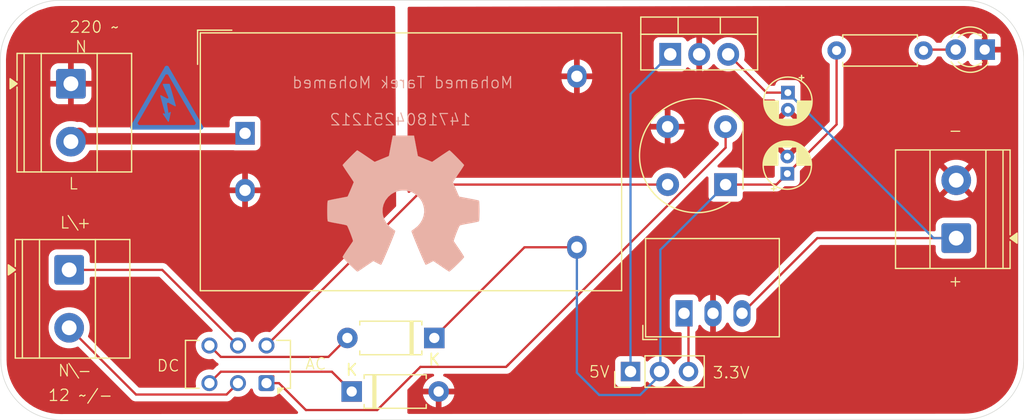
<source format=kicad_pcb>
(kicad_pcb (version 20241229) (generator "pcbnew") (generator_version "9.0")
  (layers (0 "F.Cu" signal) (2 "B.Cu" signal) (13 "F.Paste" user) (15 "B.Paste" user) (5 "F.SilkS" user "F.Silkscreen") (7 "B.SilkS" user "B.Silkscreen") (1 "F.Mask" user) (3 "B.Mask" user) (25 "Edge.Cuts" user))
  (net 0 "")
  (net 1 "out _C")
  (net 2 "Net-(D3-A)")
  (net 3 "DC_+")
  (net 4 "GND")
  (net 5 "AC_N")
  (net 6 "220N")
  (net 7 "220L")
  (net 8 "AC_L")
  (net 9 "IN 12 N")
  (net 10 "IN 12 L")
  (net 11 "IN3.3V")
  (net 12 "IN5V")
  (net 13 "DC_+_B_D")
  (net 14 "DC_-_B_D")
  (footprint "Converter_ACDC:Converter_ACDC_Hi-Link_HLK-PMxx" (layer "F.Cu") (at 77.9535 35.8661)
    (property "Reference" "PS1" (hide yes))
    (property "Value" "HLK-PM12" (hide yes))
    (fp_line (start -4.16 -9.05) (end -1.16 -9.05) (stroke (width 0.12)) (layer "F.SilkS"))
    (fp_line (start -4.16 -6.05) (end -4.16 -9.05) (stroke (width 0.12)) (layer "F.SilkS"))
    (fp_line (start -3.92 -8.81) (end -3.92 13.81) (stroke (width 0.12)) (layer "F.SilkS"))
    (fp_line (start -3.92 -8.81) (end 33 -8.81) (stroke (width 0.12)) (layer "F.SilkS"))
    (fp_line (start -3.92 13.81) (end 33 13.81) (stroke (width 0.12)) (layer "F.SilkS"))
    (fp_line (start 33 -8.81) (end 33 13.81) (stroke (width 0.12)) (layer "F.SilkS"))
    (pad "1" thru_hole rect (at 0 0) (size 1.7 2) (drill 1) (layers "*.Cu" "*.Mask") (net 7 "220L"))
    (pad "2" thru_hole oval (at 0 5) (size 1.7 2) (drill 1) (layers "*.Cu" "*.Mask") (net 6 "220N"))
    (pad "3" thru_hole oval (at 29.08 -5) (size 1.7 2) (drill 1) (layers "*.Cu" "*.Mask") (net 4 "GND"))
    (pad "4" thru_hole oval (at 29.08 10) (size 1.7 2) (drill 1) (layers "*.Cu" "*.Mask") (net 3 "DC_+"))
  )
  (footprint "Resistor_THT:R_Axial_DIN0207_L6.3mm_D2.5mm_P7.62mm_Horizontal" (layer "F.Cu") (at 137.414 28.6004 180)
    (property "Reference" "R1" (hide yes))
    (property "Value" "330" (hide yes))
    (fp_line (start 7.08 1.37) (end 7.08 1.04) (stroke (width 0.12)) (layer "F.SilkS"))
    (fp_line (start 7.08 -1.37) (end 7.08 -1.04) (stroke (width 0.12)) (layer "F.SilkS"))
    (fp_line (start 0.54 1.37) (end 7.08 1.37) (stroke (width 0.12)) (layer "F.SilkS"))
    (fp_line (start 0.54 1.04) (end 0.54 1.37) (stroke (width 0.12)) (layer "F.SilkS"))
    (fp_line (start 0.54 -1.04) (end 0.54 -1.37) (stroke (width 0.12)) (layer "F.SilkS"))
    (fp_line (start 0.54 -1.37) (end 7.08 -1.37) (stroke (width 0.12)) (layer "F.SilkS"))
    (pad "1" thru_hole circle (at 0 0 180) (size 1.6 1.6) (drill 0.8) (layers "*.Cu" "*.Mask") (net 2 "Net-(D3-A)"))
    (pad "2" thru_hole oval (at 7.62 0 180) (size 1.6 1.6) (drill 0.8) (layers "*.Cu" "*.Mask") (net 3 "DC_+"))
  )
  (footprint "TerminalBlock_Phoenix:TerminalBlock_Phoenix_MKDS-1,5-2-5.08_1x02_P5.08mm_Horizontal" (layer "F.Cu") (at 140.2789 45.0646 90)
    (property "Reference" "J3" (hide yes))
    (property "Value" "Conn_01x02_Socket" (hide yes))
    (fp_line (start 7.74 -5.32) (end 7.74 4.72) (stroke (width 0.12)) (layer "F.SilkS"))
    (fp_line (start -2.66 -5.32) (end 7.74 -5.32) (stroke (width 0.12)) (layer "F.SilkS"))
    (fp_line (start -2.66 -5.32) (end -2.66 4.72) (stroke (width 0.12)) (layer "F.SilkS"))
    (fp_line (start -2.66 -2.3) (end 7.74 -2.3) (stroke (width 0.12)) (layer "F.SilkS"))
    (fp_line (start -2.66 2.6) (end 7.74 2.6) (stroke (width 0.12)) (layer "F.SilkS"))
    (fp_line (start -2.66 4.1) (end 7.74 4.1) (stroke (width 0.12)) (layer "F.SilkS"))
    (fp_line (start 0.3 4.72) (end 7.74 4.72) (stroke (width 0.12)) (layer "F.SilkS"))
    (fp_line (start -2.66 4.72) (end -0.3 4.72) (stroke (width 0.12)) (layer "F.SilkS"))
    (fp_poly (pts (xy 0 4.72) (xy 0.44 5.33) (xy -0.44 5.33)) (stroke (width 0.12)) (fill yes) (layer "F.SilkS"))
    (pad "1" thru_hole roundrect (at 0 0 90) (size 2.6 2.6) (drill 1.3) (layers "*.Cu" "*.Mask") (roundrect_rratio 0.096154) (net 1 "out _C"))
    (pad "2" thru_hole circle (at 5.08 0 90) (size 2.6 2.6) (drill 1.3) (layers "*.Cu" "*.Mask") (net 4 "GND"))
  )
  (footprint "Package_TO_SOT_THT:TO-220-3_Vertical" (layer "F.Cu") (at 115.2144 28.9358)
    (property "Reference" "U1" (hide yes))
    (property "Value" "LM7805_TO220" (hide yes))
    (fp_line (start -2.58 -3.27) (end -2.58 1.371) (stroke (width 0.12)) (layer "F.SilkS"))
    (fp_line (start -2.58 -3.27) (end 7.66 -3.27) (stroke (width 0.12)) (layer "F.SilkS"))
    (fp_line (start -2.58 -1.76) (end 7.66 -1.76) (stroke (width 0.12)) (layer "F.SilkS"))
    (fp_line (start -2.58 1.371) (end 7.66 1.371) (stroke (width 0.12)) (layer "F.SilkS"))
    (fp_line (start 0.69 -3.27) (end 0.69 -1.76) (stroke (width 0.12)) (layer "F.SilkS"))
    (fp_line (start 4.391 -3.27) (end 4.391 -1.76) (stroke (width 0.12)) (layer "F.SilkS"))
    (fp_line (start 7.66 -3.27) (end 7.66 1.371) (stroke (width 0.12)) (layer "F.SilkS"))
    (pad "1" thru_hole rect (at 0 0) (size 1.905 2) (drill 1.1) (layers "*.Cu" "*.Mask") (net 12 "IN5V"))
    (pad "2" thru_hole oval (at 2.54 0) (size 1.905 2) (drill 1.1) (layers "*.Cu" "*.Mask") (net 4 "GND"))
    (pad "3" thru_hole oval (at 5.08 0) (size 1.905 2) (drill 1.1) (layers "*.Cu" "*.Mask") (net 1 "out _C"))
  )
  (footprint "Capacitor_THT:CP_Radial_D4.0mm_P1.50mm" (layer "F.Cu") (at 125.476 39.4068 90)
    (property "Reference" "C1" (hide yes))
    (property "Value" "C" (hide yes))
    (fp_line (start 0.79 -2.08) (end 0.79 -0.84) (stroke (width 0.12)) (layer "F.SilkS"))
    (fp_line (start 0.75 -2.08) (end 0.75 -0.84) (stroke (width 0.12)) (layer "F.SilkS"))
    (fp_line (start 0.83 -2.078) (end 0.83 -0.84) (stroke (width 0.12)) (layer "F.SilkS"))
    (fp_line (start 0.87 -2.077) (end 0.87 -0.84) (stroke (width 0.12)) (layer "F.SilkS"))
    (fp_line (start 0.91 -2.074) (end 0.91 -0.84) (stroke (width 0.12)) (layer "F.SilkS"))
    (fp_line (start 0.95 -2.071) (end 0.95 -0.84) (stroke (width 0.12)) (layer "F.SilkS"))
    (fp_line (start 0.99 -2.066) (end 0.99 -0.84) (stroke (width 0.12)) (layer "F.SilkS"))
    (fp_line (start 1.03 -2.061) (end 1.03 -0.84) (stroke (width 0.12)) (layer "F.SilkS"))
    (fp_line (start 1.07 -2.056) (end 1.07 -0.84) (stroke (width 0.12)) (layer "F.SilkS"))
    (fp_line (start 1.11 -2.049) (end 1.11 -0.84) (stroke (width 0.12)) (layer "F.SilkS"))
    (fp_line (start 1.15 -2.042) (end 1.15 -0.84) (stroke (width 0.12)) (layer "F.SilkS"))
    (fp_line (start 1.19 -2.034) (end 1.19 -0.84) (stroke (width 0.12)) (layer "F.SilkS"))
    (fp_line (start 1.23 -2.025) (end 1.23 -0.84) (stroke (width 0.12)) (layer "F.SilkS"))
    (fp_line (start 1.27 -2.015) (end 1.27 -0.84) (stroke (width 0.12)) (layer "F.SilkS"))
    (fp_line (start 1.31 -2.005) (end 1.31 -0.84) (stroke (width 0.12)) (layer "F.SilkS"))
    (fp_line (start 1.35 -1.993) (end 1.35 -0.84) (stroke (width 0.12)) (layer "F.SilkS"))
    (fp_line (start 1.39 -1.981) (end 1.39 -0.84) (stroke (width 0.12)) (layer "F.SilkS"))
    (fp_line (start 1.43 -1.968) (end 1.43 -0.84) (stroke (width 0.12)) (layer "F.SilkS"))
    (fp_line (start 1.47 -1.954) (end 1.47 -0.84) (stroke (width 0.12)) (layer "F.SilkS"))
    (fp_line (start 1.51 -1.939) (end 1.51 -0.84) (stroke (width 0.12)) (layer "F.SilkS"))
    (fp_line (start 1.55 -1.923) (end 1.55 -0.84) (stroke (width 0.12)) (layer "F.SilkS"))
    (fp_line (start 1.59 -1.906) (end 1.59 -0.84) (stroke (width 0.12)) (layer "F.SilkS"))
    (fp_line (start 1.63 -1.889) (end 1.63 -0.84) (stroke (width 0.12)) (layer "F.SilkS"))
    (fp_line (start 1.67 -1.87) (end 1.67 -0.84) (stroke (width 0.12)) (layer "F.SilkS"))
    (fp_line (start 1.71 -1.85) (end 1.71 -0.84) (stroke (width 0.12)) (layer "F.SilkS"))
    (fp_line (start 1.75 -1.829) (end 1.75 -0.84) (stroke (width 0.12)) (layer "F.SilkS"))
    (fp_line (start 1.79 -1.807) (end 1.79 -0.84) (stroke (width 0.12)) (layer "F.SilkS"))
    (fp_line (start 1.83 -1.784) (end 1.83 -0.84) (stroke (width 0.12)) (layer "F.SilkS"))
    (fp_line (start 1.87 -1.76) (end 1.87 -0.84) (stroke (width 0.12)) (layer "F.SilkS"))
    (fp_line (start 1.91 -1.734) (end 1.91 -0.84) (stroke (width 0.12)) (layer "F.SilkS"))
    (fp_line (start 1.95 -1.708) (end 1.95 -0.84) (stroke (width 0.12)) (layer "F.SilkS"))
    (fp_line (start 1.99 -1.68) (end 1.99 -0.84) (stroke (width 0.12)) (layer "F.SilkS"))
    (fp_line (start 2.03 -1.65) (end 2.03 -0.84) (stroke (width 0.12)) (layer "F.SilkS"))
    (fp_line (start 2.07 -1.619) (end 2.07 -0.84) (stroke (width 0.12)) (layer "F.SilkS"))
    (fp_line (start 2.11 -1.586) (end 2.11 -0.84) (stroke (width 0.12)) (layer "F.SilkS"))
    (fp_line (start 2.15 -1.552) (end 2.15 -0.84) (stroke (width 0.12)) (layer "F.SilkS"))
    (fp_line (start 2.19 -1.516) (end 2.19 -0.84) (stroke (width 0.12)) (layer "F.SilkS"))
    (fp_line (start 2.23 -1.478) (end 2.23 -0.84) (stroke (width 0.12)) (layer "F.SilkS"))
    (fp_line (start 2.27 -1.438) (end 2.27 -0.84) (stroke (width 0.12)) (layer "F.SilkS"))
    (fp_line (start 2.31 -1.396) (end 2.31 -0.84) (stroke (width 0.12)) (layer "F.SilkS"))
    (fp_line (start -1.319801 -1.395) (end -1.319801 -0.995) (stroke (width 0.12)) (layer "F.SilkS"))
    (fp_line (start 2.35 -1.351) (end 2.35 1.351) (stroke (width 0.12)) (layer "F.SilkS"))
    (fp_line (start 2.39 -1.303) (end 2.39 1.303) (stroke (width 0.12)) (layer "F.SilkS"))
    (fp_line (start 2.43 -1.253) (end 2.43 1.253) (stroke (width 0.12)) (layer "F.SilkS"))
    (fp_line (start 2.47 -1.199) (end 2.47 1.199) (stroke (width 0.12)) (layer "F.SilkS"))
    (fp_line (start -1.519801 -1.195) (end -1.119801 -1.195) (stroke (width 0.12)) (layer "F.SilkS"))
    (fp_line (start 2.51 -1.142) (end 2.51 1.142) (stroke (width 0.12)) (layer "F.SilkS"))
    (fp_line (start 2.55 -1.08) (end 2.55 1.08) (stroke (width 0.12)) (layer "F.SilkS"))
    (fp_line (start 2.59 -1.013) (end 2.59 1.013) (stroke (width 0.12)) (layer "F.SilkS"))
    (fp_line (start 2.63 -0.94) (end 2.63 0.94) (stroke (width 0.12)) (layer "F.SilkS"))
    (fp_line (start 2.67 -0.859) (end 2.67 0.859) (stroke (width 0.12)) (layer "F.SilkS"))
    (fp_line (start 2.71 -0.768) (end 2.71 0.768) (stroke (width 0.12)) (layer "F.SilkS"))
    (fp_line (start 2.75 -0.663) (end 2.75 0.663) (stroke (width 0.12)) (layer "F.SilkS"))
    (fp_line (start 2.79 -0.537) (end 2.79 0.537) (stroke (width 0.12)) (layer "F.SilkS"))
    (fp_line (start 2.83 -0.37) (end 2.83 0.37) (stroke (width 0.12)) (layer "F.SilkS"))
    (fp_line (start 2.31 0.84) (end 2.31 1.396) (stroke (width 0.12)) (layer "F.SilkS"))
    (fp_line (start 2.27 0.84) (end 2.27 1.438) (stroke (width 0.12)) (layer "F.SilkS"))
    (fp_line (start 2.23 0.84) (end 2.23 1.478) (stroke (width 0.12)) (layer "F.SilkS"))
    (fp_line (start 2.19 0.84) (end 2.19 1.516) (stroke (width 0.12)) (layer "F.SilkS"))
    (fp_line (start 2.15 0.84) (end 2.15 1.552) (stroke (width 0.12)) (layer "F.SilkS"))
    (fp_line (start 2.11 0.84) (end 2.11 1.586) (stroke (width 0.12)) (layer "F.SilkS"))
    (fp_line (start 2.07 0.84) (end 2.07 1.619) (stroke (width 0.12)) (layer "F.SilkS"))
    (fp_line (start 2.03 0.84) (end 2.03 1.65) (stroke (width 0.12)) (layer "F.SilkS"))
    (fp_line (start 1.99 0.84) (end 1.99 1.68) (stroke (width 0.12)) (layer "F.SilkS"))
    (fp_line (start 1.95 0.84) (end 1.95 1.708) (stroke (width 0.12)) (layer "F.SilkS"))
    (fp_line (start 1.91 0.84) (end 1.91 1.734) (stroke (width 0.12)) (layer "F.SilkS"))
    (fp_line (start 1.87 0.84) (end 1.87 1.76) (stroke (width 0.12)) (layer "F.SilkS"))
    (fp_line (start 1.83 0.84) (end 1.83 1.784) (stroke (width 0.12)) (layer "F.SilkS"))
    (fp_line (start 1.79 0.84) (end 1.79 1.807) (stroke (width 0.12)) (layer "F.SilkS"))
    (fp_line (start 1.75 0.84) (end 1.75 1.829) (stroke (width 0.12)) (layer "F.SilkS"))
    (fp_line (start 1.71 0.84) (end 1.71 1.85) (stroke (width 0.12)) (layer "F.SilkS"))
    (fp_line (start 1.67 0.84) (end 1.67 1.87) (stroke (width 0.12)) (layer "F.SilkS"))
    (fp_line (start 1.63 0.84) (end 1.63 1.889) (stroke (width 0.12)) (layer "F.SilkS"))
    (fp_line (start 1.59 0.84) (end 1.59 1.906) (stroke (width 0.12)) (layer "F.SilkS"))
    (fp_line (start 1.55 0.84) (end 1.55 1.923) (stroke (width 0.12)) (layer "F.SilkS"))
    (fp_line (start 1.51 0.84) (end 1.51 1.939) (stroke (width 0.12)) (layer "F.SilkS"))
    (fp_line (start 1.47 0.84) (end 1.47 1.954) (stroke (width 0.12)) (layer "F.SilkS"))
    (fp_line (start 1.43 0.84) (end 1.43 1.968) (stroke (width 0.12)) (layer "F.SilkS"))
    (fp_line (start 1.39 0.84) (end 1.39 1.981) (stroke (width 0.12)) (layer "F.SilkS"))
    (fp_line (start 1.35 0.84) (end 1.35 1.993) (stroke (width 0.12)) (layer "F.SilkS"))
    (fp_line (start 1.31 0.84) (end 1.31 2.005) (stroke (width 0.12)) (layer "F.SilkS"))
    (fp_line (start 1.27 0.84) (end 1.27 2.015) (stroke (width 0.12)) (layer "F.SilkS"))
    (fp_line (start 1.23 0.84) (end 1.23 2.025) (stroke (width 0.12)) (layer "F.SilkS"))
    (fp_line (start 1.19 0.84) (end 1.19 2.034) (stroke (width 0.12)) (layer "F.SilkS"))
    (fp_line (start 1.15 0.84) (end 1.15 2.042) (stroke (width 0.12)) (layer "F.SilkS"))
    (fp_line (start 1.11 0.84) (end 1.11 2.049) (stroke (width 0.12)) (layer "F.SilkS"))
    (fp_line (start 1.07 0.84) (end 1.07 2.056) (stroke (width 0.12)) (layer "F.SilkS"))
    (fp_line (start 1.03 0.84) (end 1.03 2.061) (stroke (width 0.12)) (layer "F.SilkS"))
    (fp_line (start 0.99 0.84) (end 0.99 2.066) (stroke (width 0.12)) (layer "F.SilkS"))
    (fp_line (start 0.95 0.84) (end 0.95 2.071) (stroke (width 0.12)) (layer "F.SilkS"))
    (fp_line (start 0.91 0.84) (end 0.91 2.074) (stroke (width 0.12)) (layer "F.SilkS"))
    (fp_line (start 0.87 0.84) (end 0.87 2.077) (stroke (width 0.12)) (layer "F.SilkS"))
    (fp_line (start 0.83 0.84) (end 0.83 2.078) (stroke (width 0.12)) (layer "F.SilkS"))
    (fp_line (start 0.79 0.84) (end 0.79 2.08) (stroke (width 0.12)) (layer "F.SilkS"))
    (fp_line (start 0.75 0.84) (end 0.75 2.08) (stroke (width 0.12)) (layer "F.SilkS"))
    (fp_circle (center 0.75 0) (end 2.87 0) (stroke (width 0.12)) (fill no) (layer "F.SilkS"))
    (pad "1" thru_hole rect (at 0 0 90) (size 1.2 1.2) (drill 0.6) (layers "*.Cu" "*.Mask") (net 3 "DC_+"))
    (pad "2" thru_hole circle (at 1.5 0 90) (size 1.2 1.2) (drill 0.6) (layers "*.Cu" "*.Mask") (net 4 "GND"))
  )
  (footprint "Diode_THT:D_A-405_P7.62mm_Horizontal" (layer "F.Cu") (at 87.2998 58.5216)
    (property "Reference" "D1" (hide yes))
    (property "Value" "D" (hide yes))
    (fp_line (start 1.09 -1.47) (end 6.53 -1.47) (stroke (width 0.12)) (layer "F.SilkS"))
    (fp_line (start 1.09 -1.14) (end 1.09 -1.47) (stroke (width 0.12)) (layer "F.SilkS"))
    (fp_line (start 1.09 1.14) (end 1.09 1.47) (stroke (width 0.12)) (layer "F.SilkS"))
    (fp_line (start 1.09 1.47) (end 6.53 1.47) (stroke (width 0.12)) (layer "F.SilkS"))
    (fp_line (start 1.87 -1.47) (end 1.87 1.47) (stroke (width 0.12)) (layer "F.SilkS"))
    (fp_line (start 1.99 -1.47) (end 1.99 1.47) (stroke (width 0.12)) (layer "F.SilkS"))
    (fp_line (start 2.11 -1.47) (end 2.11 1.47) (stroke (width 0.12)) (layer "F.SilkS"))
    (fp_line (start 6.53 -1.47) (end 6.53 -1.14) (stroke (width 0.12)) (layer "F.SilkS"))
    (fp_line (start 6.53 1.47) (end 6.53 1.14) (stroke (width 0.12)) (layer "F.SilkS"))
    (fp_text user "K" (at 0 -1.9 0) (layer "F.SilkS"))
    (pad "1" thru_hole rect (at 0 0) (size 1.8 1.8) (drill 0.9) (layers "*.Cu" "*.Mask") (net 14 "DC_-_B_D"))
    (pad "2" thru_hole oval (at 7.62 0) (size 1.8 1.8) (drill 0.9) (layers "*.Cu" "*.Mask") (net 4 "GND"))
  )
  (footprint "Converter_DCDC:Converter_DCDC_RECOM_R-78E-0.5_THT" (layer "F.Cu") (at 116.4245 51.6613)
    (property "Reference" "U2" (hide yes))
    (property "Value" "R-783.3-1.0" (hide yes))
    (fp_line (start -3.61 1.06) (end -3.61 2.3) (stroke (width 0.12)) (layer "F.SilkS"))
    (fp_line (start -3.61 2.3) (end -2.37 2.3) (stroke (width 0.12)) (layer "F.SilkS"))
    (fp_line (start -3.37 -6.56) (end -3.37 2.06) (stroke (width 0.12)) (layer "F.SilkS"))
    (fp_line (start -3.37 -6.56) (end 8.35 -6.56) (stroke (width 0.12)) (layer "F.SilkS"))
    (fp_line (start -3.37 2.06) (end 8.35 2.06) (stroke (width 0.12)) (layer "F.SilkS"))
    (fp_line (start 8.35 -6.56) (end 8.35 2.06) (stroke (width 0.12)) (layer "F.SilkS"))
    (pad "1" thru_hole rect (at 0 0) (size 1.5 2.3) (drill 1) (layers "*.Cu" "*.Mask") (net 11 "IN3.3V"))
    (pad "2" thru_hole oval (at 2.54 0) (size 1.5 2.3) (drill 1) (layers "*.Cu" "*.Mask") (net 4 "GND"))
    (pad "3" thru_hole oval (at 5.08 0) (size 1.5 2.3) (drill 1) (layers "*.Cu" "*.Mask") (net 1 "out _C"))
  )
  (footprint "Button_Switch_THT:SW_CK_JS202011CQN_DPDT_Straight" (layer "F.Cu") (at 79.8322 57.785 180)
    (property "Reference" "SW3" (hide yes))
    (property "Value" "SW_Slide_DPDT" (hide yes))
    (fp_line (start 7.1 3.75) (end 5.9 3.75) (stroke (width 0.12)) (layer "F.SilkS"))
    (fp_line (start 7.1 -0.45) (end 7.1 3.75) (stroke (width 0.12)) (layer "F.SilkS"))
    (fp_line (start 5.9 -0.45) (end 7.1 -0.45) (stroke (width 0.12)) (layer "F.SilkS"))
    (fp_line (start -1.75 -0.45) (end -2.1 -0.45) (stroke (width 0.12)) (layer "F.SilkS"))
    (fp_line (start -2.1 3.75) (end -0.9 3.75) (stroke (width 0.12)) (layer "F.SilkS"))
    (fp_line (start -2.1 -0.45) (end -2.1 3.75) (stroke (width 0.12)) (layer "F.SilkS"))
    (fp_poly (pts (xy -1 -0.45) (xy -1.48 -0.45) (xy -1 -0.93) (xy -1 -0.45)) (stroke (width 0.12)) (fill yes) (layer "F.SilkS"))
    (pad "1" thru_hole roundrect (at 0 0 180) (size 1.4 1.4) (drill 0.9) (layers "*.Cu" "*.Mask") (roundrect_rratio 0.1785714286) (net 5 "AC_N"))
    (pad "2" thru_hole circle (at 2.5 0 180) (size 1.4 1.4) (drill 0.9) (layers "*.Cu" "*.Mask") (net 9 "IN 12 N"))
    (pad "3" thru_hole circle (at 5 0 180) (size 1.4 1.4) (drill 0.9) (layers "*.Cu" "*.Mask") (net 14 "DC_-_B_D"))
    (pad "4" thru_hole circle (at 5 3.3 180) (size 1.4 1.4) (drill 0.9) (layers "*.Cu" "*.Mask") (net 13 "DC_+_B_D"))
    (pad "5" thru_hole circle (at 2.5 3.3 180) (size 1.4 1.4) (drill 0.9) (layers "*.Cu" "*.Mask") (net 10 "IN 12 L"))
    (pad "6" thru_hole circle (at 0 3.3 180) (size 1.4 1.4) (drill 0.9) (layers "*.Cu" "*.Mask") (net 8 "AC_L"))
  )
  (footprint "Diode_THT:Diode_Bridge_Round_D9.8mm" (layer "F.Cu") (at 120.0682 40.3656 180)
    (property "Reference" "D2" (hide yes))
    (property "Value" "W01G" (hide yes))
    (fp_line (start -1.524 -0.381) (end -1.524 5.461) (stroke (width 0.12)) (layer "F.SilkS"))
    (fp_arc (start -0.381 -1.524) (mid 7.479141 3.348223) (end -1.524 5.461) (stroke (width 0.12)) (layer "F.SilkS"))
    (pad "1" thru_hole rect (at 0 0 180) (size 2 2) (drill 1) (layers "*.Cu" "*.Mask") (net 3 "DC_+"))
    (pad "2" thru_hole oval (at 0 5.08 180) (size 2 2) (drill 1) (layers "*.Cu" "*.Mask") (net 5 "AC_N"))
    (pad "3" thru_hole oval (at 5.08 5.08 180) (size 2 2) (drill 1) (layers "*.Cu" "*.Mask") (net 4 "GND"))
    (pad "4" thru_hole oval (at 5.08 0 180) (size 2 2) (drill 1) (layers "*.Cu" "*.Mask") (net 8 "AC_L"))
  )
  (footprint "TerminalBlock_Phoenix:TerminalBlock_Phoenix_MKDS-1,5-2-5.08_1x02_P5.08mm_Horizontal" (layer "F.Cu") (at 62.5401 47.8486 -90)
    (property "Reference" "J1" (hide yes))
    (property "Value" "Conn_01x02_Socket" (hide yes))
    (fp_line (start -2.66 4.72) (end -0.3 4.72) (stroke (width 0.12)) (layer "F.SilkS"))
    (fp_line (start 0.3 4.72) (end 7.74 4.72) (stroke (width 0.12)) (layer "F.SilkS"))
    (fp_line (start -2.66 4.1) (end 7.74 4.1) (stroke (width 0.12)) (layer "F.SilkS"))
    (fp_line (start -2.66 2.6) (end 7.74 2.6) (stroke (width 0.12)) (layer "F.SilkS"))
    (fp_line (start -2.66 -2.3) (end 7.74 -2.3) (stroke (width 0.12)) (layer "F.SilkS"))
    (fp_line (start -2.66 -5.32) (end -2.66 4.72) (stroke (width 0.12)) (layer "F.SilkS"))
    (fp_line (start -2.66 -5.32) (end 7.74 -5.32) (stroke (width 0.12)) (layer "F.SilkS"))
    (fp_line (start 7.74 -5.32) (end 7.74 4.72) (stroke (width 0.12)) (layer "F.SilkS"))
    (fp_poly (pts (xy 0 4.72) (xy 0.44 5.33) (xy -0.44 5.33)) (stroke (width 0.12)) (fill yes) (layer "F.SilkS"))
    (pad "1" thru_hole roundrect (at 0 0 270) (size 2.6 2.6) (drill 1.3) (layers "*.Cu" "*.Mask") (roundrect_rratio 0.096154) (net 10 "IN 12 L"))
    (pad "2" thru_hole circle (at 5.08 0 270) (size 2.6 2.6) (drill 1.3) (layers "*.Cu" "*.Mask") (net 9 "IN 12 N"))
  )
  (footprint "Capacitor_THT:CP_Radial_D4.0mm_P1.50mm" (layer "F.Cu") (at 125.5268 32.297401 -90)
    (property "Reference" "C2" (hide yes))
    (property "Value" "C" (hide yes))
    (fp_line (start 0.75 0.84) (end 0.75 2.08) (stroke (width 0.12)) (layer "F.SilkS"))
    (fp_line (start 0.79 0.84) (end 0.79 2.08) (stroke (width 0.12)) (layer "F.SilkS"))
    (fp_line (start 0.83 0.84) (end 0.83 2.078) (stroke (width 0.12)) (layer "F.SilkS"))
    (fp_line (start 0.87 0.84) (end 0.87 2.077) (stroke (width 0.12)) (layer "F.SilkS"))
    (fp_line (start 0.91 0.84) (end 0.91 2.074) (stroke (width 0.12)) (layer "F.SilkS"))
    (fp_line (start 0.95 0.84) (end 0.95 2.071) (stroke (width 0.12)) (layer "F.SilkS"))
    (fp_line (start 0.99 0.84) (end 0.99 2.066) (stroke (width 0.12)) (layer "F.SilkS"))
    (fp_line (start 1.03 0.84) (end 1.03 2.061) (stroke (width 0.12)) (layer "F.SilkS"))
    (fp_line (start 1.07 0.84) (end 1.07 2.056) (stroke (width 0.12)) (layer "F.SilkS"))
    (fp_line (start 1.11 0.84) (end 1.11 2.049) (stroke (width 0.12)) (layer "F.SilkS"))
    (fp_line (start 1.15 0.84) (end 1.15 2.042) (stroke (width 0.12)) (layer "F.SilkS"))
    (fp_line (start 1.19 0.84) (end 1.19 2.034) (stroke (width 0.12)) (layer "F.SilkS"))
    (fp_line (start 1.23 0.84) (end 1.23 2.025) (stroke (width 0.12)) (layer "F.SilkS"))
    (fp_line (start 1.27 0.84) (end 1.27 2.015) (stroke (width 0.12)) (layer "F.SilkS"))
    (fp_line (start 1.31 0.84) (end 1.31 2.005) (stroke (width 0.12)) (layer "F.SilkS"))
    (fp_line (start 1.35 0.84) (end 1.35 1.993) (stroke (width 0.12)) (layer "F.SilkS"))
    (fp_line (start 1.39 0.84) (end 1.39 1.981) (stroke (width 0.12)) (layer "F.SilkS"))
    (fp_line (start 1.43 0.84) (end 1.43 1.968) (stroke (width 0.12)) (layer "F.SilkS"))
    (fp_line (start 1.47 0.84) (end 1.47 1.954) (stroke (width 0.12)) (layer "F.SilkS"))
    (fp_line (start 1.51 0.84) (end 1.51 1.939) (stroke (width 0.12)) (layer "F.SilkS"))
    (fp_line (start 1.55 0.84) (end 1.55 1.923) (stroke (width 0.12)) (layer "F.SilkS"))
    (fp_line (start 1.59 0.84) (end 1.59 1.906) (stroke (width 0.12)) (layer "F.SilkS"))
    (fp_line (start 1.63 0.84) (end 1.63 1.889) (stroke (width 0.12)) (layer "F.SilkS"))
    (fp_line (start 1.67 0.84) (end 1.67 1.87) (stroke (width 0.12)) (layer "F.SilkS"))
    (fp_line (start 1.71 0.84) (end 1.71 1.85) (stroke (width 0.12)) (layer "F.SilkS"))
    (fp_line (start 1.75 0.84) (end 1.75 1.829) (stroke (width 0.12)) (layer "F.SilkS"))
    (fp_line (start 1.79 0.84) (end 1.79 1.807) (stroke (width 0.12)) (layer "F.SilkS"))
    (fp_line (start 1.83 0.84) (end 1.83 1.784) (stroke (width 0.12)) (layer "F.SilkS"))
    (fp_line (start 1.87 0.84) (end 1.87 1.76) (stroke (width 0.12)) (layer "F.SilkS"))
    (fp_line (start 1.91 0.84) (end 1.91 1.734) (stroke (width 0.12)) (layer "F.SilkS"))
    (fp_line (start 1.95 0.84) (end 1.95 1.708) (stroke (width 0.12)) (layer "F.SilkS"))
    (fp_line (start 1.99 0.84) (end 1.99 1.68) (stroke (width 0.12)) (layer "F.SilkS"))
    (fp_line (start 2.03 0.84) (end 2.03 1.65) (stroke (width 0.12)) (layer "F.SilkS"))
    (fp_line (start 2.07 0.84) (end 2.07 1.619) (stroke (width 0.12)) (layer "F.SilkS"))
    (fp_line (start 2.11 0.84) (end 2.11 1.586) (stroke (width 0.12)) (layer "F.SilkS"))
    (fp_line (start 2.15 0.84) (end 2.15 1.552) (stroke (width 0.12)) (layer "F.SilkS"))
    (fp_line (start 2.19 0.84) (end 2.19 1.516) (stroke (width 0.12)) (layer "F.SilkS"))
    (fp_line (start 2.23 0.84) (end 2.23 1.478) (stroke (width 0.12)) (layer "F.SilkS"))
    (fp_line (start 2.27 0.84) (end 2.27 1.438) (stroke (width 0.12)) (layer "F.SilkS"))
    (fp_line (start 2.31 0.84) (end 2.31 1.396) (stroke (width 0.12)) (layer "F.SilkS"))
    (fp_line (start 2.83 -0.37) (end 2.83 0.37) (stroke (width 0.12)) (layer "F.SilkS"))
    (fp_line (start 2.79 -0.537) (end 2.79 0.537) (stroke (width 0.12)) (layer "F.SilkS"))
    (fp_line (start 2.75 -0.663) (end 2.75 0.663) (stroke (width 0.12)) (layer "F.SilkS"))
    (fp_line (start 2.71 -0.768) (end 2.71 0.768) (stroke (width 0.12)) (layer "F.SilkS"))
    (fp_line (start 2.67 -0.859) (end 2.67 0.859) (stroke (width 0.12)) (layer "F.SilkS"))
    (fp_line (start 2.63 -0.94) (end 2.63 0.94) (stroke (width 0.12)) (layer "F.SilkS"))
    (fp_line (start 2.59 -1.013) (end 2.59 1.013) (stroke (width 0.12)) (layer "F.SilkS"))
    (fp_line (start 2.55 -1.08) (end 2.55 1.08) (stroke (width 0.12)) (layer "F.SilkS"))
    (fp_line (start 2.51 -1.142) (end 2.51 1.142) (stroke (width 0.12)) (layer "F.SilkS"))
    (fp_line (start -1.519801 -1.195) (end -1.119801 -1.195) (stroke (width 0.12)) (layer "F.SilkS"))
    (fp_line (start 2.47 -1.199) (end 2.47 1.199) (stroke (width 0.12)) (layer "F.SilkS"))
    (fp_line (start 2.43 -1.253) (end 2.43 1.253) (stroke (width 0.12)) (layer "F.SilkS"))
    (fp_line (start 2.39 -1.303) (end 2.39 1.303) (stroke (width 0.12)) (layer "F.SilkS"))
    (fp_line (start 2.35 -1.351) (end 2.35 1.351) (stroke (width 0.12)) (layer "F.SilkS"))
    (fp_line (start -1.319801 -1.395) (end -1.319801 -0.995) (stroke (width 0.12)) (layer "F.SilkS"))
    (fp_line (start 2.31 -1.396) (end 2.31 -0.84) (stroke (width 0.12)) (layer "F.SilkS"))
    (fp_line (start 2.27 -1.438) (end 2.27 -0.84) (stroke (width 0.12)) (layer "F.SilkS"))
    (fp_line (start 2.23 -1.478) (end 2.23 -0.84) (stroke (width 0.12)) (layer "F.SilkS"))
    (fp_line (start 2.19 -1.516) (end 2.19 -0.84) (stroke (width 0.12)) (layer "F.SilkS"))
    (fp_line (start 2.15 -1.552) (end 2.15 -0.84) (stroke (width 0.12)) (layer "F.SilkS"))
    (fp_line (start 2.11 -1.586) (end 2.11 -0.84) (stroke (width 0.12)) (layer "F.SilkS"))
    (fp_line (start 2.07 -1.619) (end 2.07 -0.84) (stroke (width 0.12)) (layer "F.SilkS"))
    (fp_line (start 2.03 -1.65) (end 2.03 -0.84) (stroke (width 0.12)) (layer "F.SilkS"))
    (fp_line (start 1.99 -1.68) (end 1.99 -0.84) (stroke (width 0.12)) (layer "F.SilkS"))
    (fp_line (start 1.95 -1.708) (end 1.95 -0.84) (stroke (width 0.12)) (layer "F.SilkS"))
    (fp_line (start 1.91 -1.734) (end 1.91 -0.84) (stroke (width 0.12)) (layer "F.SilkS"))
    (fp_line (start 1.87 -1.76) (end 1.87 -0.84) (stroke (width 0.12)) (layer "F.SilkS"))
    (fp_line (start 1.83 -1.784) (end 1.83 -0.84) (stroke (width 0.12)) (layer "F.SilkS"))
    (fp_line (start 1.79 -1.807) (end 1.79 -0.84) (stroke (width 0.12)) (layer "F.SilkS"))
    (fp_line (start 1.75 -1.829) (end 1.75 -0.84) (stroke (width 0.12)) (layer "F.SilkS"))
    (fp_line (start 1.71 -1.85) (end 1.71 -0.84) (stroke (width 0.12)) (layer "F.SilkS"))
    (fp_line (start 1.67 -1.87) (end 1.67 -0.84) (stroke (width 0.12)) (layer "F.SilkS"))
    (fp_line (start 1.63 -1.889) (end 1.63 -0.84) (stroke (width 0.12)) (layer "F.SilkS"))
    (fp_line (start 1.59 -1.906) (end 1.59 -0.84) (stroke (width 0.12)) (layer "F.SilkS"))
    (fp_line (start 1.55 -1.923) (end 1.55 -0.84) (stroke (width 0.12)) (layer "F.SilkS"))
    (fp_line (start 1.51 -1.939) (end 1.51 -0.84) (stroke (width 0.12)) (layer "F.SilkS"))
    (fp_line (start 1.47 -1.954) (end 1.47 -0.84) (stroke (width 0.12)) (layer "F.SilkS"))
    (fp_line (start 1.43 -1.968) (end 1.43 -0.84) (stroke (width 0.12)) (layer "F.SilkS"))
    (fp_line (start 1.39 -1.981) (end 1.39 -0.84) (stroke (width 0.12)) (layer "F.SilkS"))
    (fp_line (start 1.35 -1.993) (end 1.35 -0.84) (stroke (width 0.12)) (layer "F.SilkS"))
    (fp_line (start 1.31 -2.005) (end 1.31 -0.84) (stroke (width 0.12)) (layer "F.SilkS"))
    (fp_line (start 1.27 -2.015) (end 1.27 -0.84) (stroke (width 0.12)) (layer "F.SilkS"))
    (fp_line (start 1.23 -2.025) (end 1.23 -0.84) (stroke (width 0.12)) (layer "F.SilkS"))
    (fp_line (start 1.19 -2.034) (end 1.19 -0.84) (stroke (width 0.12)) (layer "F.SilkS"))
    (fp_line (start 1.15 -2.042) (end 1.15 -0.84) (stroke (width 0.12)) (layer "F.SilkS"))
    (fp_line (start 1.11 -2.049) (end 1.11 -0.84) (stroke (width 0.12)) (layer "F.SilkS"))
    (fp_line (start 1.07 -2.056) (end 1.07 -0.84) (stroke (width 0.12)) (layer "F.SilkS"))
    (fp_line (start 1.03 -2.061) (end 1.03 -0.84) (stroke (width 0.12)) (layer "F.SilkS"))
    (fp_line (start 0.99 -2.066) (end 0.99 -0.84) (stroke (width 0.12)) (layer "F.SilkS"))
    (fp_line (start 0.95 -2.071) (end 0.95 -0.84) (stroke (width 0.12)) (layer "F.SilkS"))
    (fp_line (start 0.91 -2.074) (end 0.91 -0.84) (stroke (width 0.12)) (layer "F.SilkS"))
    (fp_line (start 0.87 -2.077) (end 0.87 -0.84) (stroke (width 0.12)) (layer "F.SilkS"))
    (fp_line (start 0.83 -2.078) (end 0.83 -0.84) (stroke (width 0.12)) (layer "F.SilkS"))
    (fp_line (start 0.75 -2.08) (end 0.75 -0.84) (stroke (width 0.12)) (layer "F.SilkS"))
    (fp_line (start 0.79 -2.08) (end 0.79 -0.84) (stroke (width 0.12)) (layer "F.SilkS"))
    (fp_circle (center 0.75 0) (end 2.87 0) (stroke (width 0.12)) (fill no) (layer "F.SilkS"))
    (pad "1" thru_hole rect (at 0 0 270) (size 1.2 1.2) (drill 0.6) (layers "*.Cu" "*.Mask") (net 1 "out _C"))
    (pad "2" thru_hole circle (at 1.5 0 270) (size 1.2 1.2) (drill 0.6) (layers "*.Cu" "*.Mask") (net 4 "GND"))
  )
  (footprint "Diode_THT:D_A-405_P7.62mm_Horizontal" (layer "F.Cu") (at 94.5388 53.8226 180)
    (property "Reference" "D4" (hide yes))
    (property "Value" "D" (hide yes))
    (fp_line (start 6.53 1.47) (end 6.53 1.14) (stroke (width 0.12)) (layer "F.SilkS"))
    (fp_line (start 6.53 -1.47) (end 6.53 -1.14) (stroke (width 0.12)) (layer "F.SilkS"))
    (fp_line (start 2.11 -1.47) (end 2.11 1.47) (stroke (width 0.12)) (layer "F.SilkS"))
    (fp_line (start 1.99 -1.47) (end 1.99 1.47) (stroke (width 0.12)) (layer "F.SilkS"))
    (fp_line (start 1.87 -1.47) (end 1.87 1.47) (stroke (width 0.12)) (layer "F.SilkS"))
    (fp_line (start 1.09 1.47) (end 6.53 1.47) (stroke (width 0.12)) (layer "F.SilkS"))
    (fp_line (start 1.09 1.14) (end 1.09 1.47) (stroke (width 0.12)) (layer "F.SilkS"))
    (fp_line (start 1.09 -1.14) (end 1.09 -1.47) (stroke (width 0.12)) (layer "F.SilkS"))
    (fp_line (start 1.09 -1.47) (end 6.53 -1.47) (stroke (width 0.12)) (layer "F.SilkS"))
    (fp_text user "K" (at 0 -1.9 0) (layer "F.SilkS"))
    (pad "1" thru_hole rect (at 0 0 180) (size 1.8 1.8) (drill 0.9) (layers "*.Cu" "*.Mask") (net 3 "DC_+"))
    (pad "2" thru_hole oval (at 7.62 0 180) (size 1.8 1.8) (drill 0.9) (layers "*.Cu" "*.Mask") (net 13 "DC_+_B_D"))
  )
  (footprint "LED_THT:LED_D3.0mm" (layer "F.Cu") (at 142.7734 28.5242 180)
    (property "Reference" "D3" (hide yes))
    (property "Value" "LED" (hide yes))
    (fp_line (start -0.29 1.08) (end -0.29 1.236) (stroke (width 0.12)) (layer "F.SilkS"))
    (fp_line (start -0.29 -1.236) (end -0.29 -1.08) (stroke (width 0.12)) (layer "F.SilkS"))
    (fp_arc (start 2.941397 1.080061) (mid 1.365624 1.987701) (end -0.29 1.235516) (stroke (width 0.12)) (layer "F.SilkS"))
    (fp_arc (start 2.31091 1.080049) (mid 1.269964 1.5) (end 0.229039 1.08) (stroke (width 0.12)) (layer "F.SilkS"))
    (fp_arc (start 0.229039 -1.08) (mid 1.269964 -1.5) (end 2.31091 -1.080049) (stroke (width 0.12)) (layer "F.SilkS"))
    (fp_arc (start -0.29 -1.235516) (mid 1.365624 -1.987701) (end 2.941397 -1.080061) (stroke (width 0.12)) (layer "F.SilkS"))
    (pad "1" thru_hole rect (at 0 0 180) (size 1.8 1.8) (drill 0.9) (layers "*.Cu" "*.Mask") (net 4 "GND"))
    (pad "2" thru_hole circle (at 2.54 0 180) (size 1.8 1.8) (drill 0.9) (layers "*.Cu" "*.Mask") (net 2 "Net-(D3-A)"))
  )
  (footprint "TerminalBlock_Phoenix:TerminalBlock_Phoenix_MKDS-1,5-2-5.08_1x02_P5.08mm_Horizontal" (layer "F.Cu") (at 62.6925 31.5164 -90)
    (property "Reference" "J4" (hide yes))
    (property "Value" "Conn_01x02_Socket" (hide yes))
    (fp_line (start -2.66 4.72) (end -0.3 4.72) (stroke (width 0.12)) (layer "F.SilkS"))
    (fp_line (start 0.3 4.72) (end 7.74 4.72) (stroke (width 0.12)) (layer "F.SilkS"))
    (fp_line (start -2.66 4.1) (end 7.74 4.1) (stroke (width 0.12)) (layer "F.SilkS"))
    (fp_line (start -2.66 2.6) (end 7.74 2.6) (stroke (width 0.12)) (layer "F.SilkS"))
    (fp_line (start -2.66 -2.3) (end 7.74 -2.3) (stroke (width 0.12)) (layer "F.SilkS"))
    (fp_line (start -2.66 -5.32) (end -2.66 4.72) (stroke (width 0.12)) (layer "F.SilkS"))
    (fp_line (start -2.66 -5.32) (end 7.74 -5.32) (stroke (width 0.12)) (layer "F.SilkS"))
    (fp_line (start 7.74 -5.32) (end 7.74 4.72) (stroke (width 0.12)) (layer "F.SilkS"))
    (fp_poly (pts (xy 0 4.72) (xy 0.44 5.33) (xy -0.44 5.33)) (stroke (width 0.12)) (fill yes) (layer "F.SilkS"))
    (pad "1" thru_hole roundrect (at 0 0 270) (size 2.6 2.6) (drill 1.3) (layers "*.Cu" "*.Mask") (roundrect_rratio 0.096154) (net 6 "220N"))
    (pad "2" thru_hole circle (at 5.08 0 270) (size 2.6 2.6) (drill 1.3) (layers "*.Cu" "*.Mask") (net 7 "220L"))
  )
  (footprint "Connector_PinHeader_2.54mm:PinHeader_1x03_P2.54mm_Vertical" (layer "F.Cu") (at 111.7346 56.769 90)
    (property "Reference" "J2" (hide yes))
    (property "Value" "Conn_01x03_Socket" (hide yes))
    (fp_line (start -1.38 -1.38) (end 0 -1.38) (stroke (width 0.12)) (layer "F.SilkS"))
    (fp_line (start -1.38 0) (end -1.38 -1.38) (stroke (width 0.12)) (layer "F.SilkS"))
    (fp_line (start 1.38 1.27) (end 1.38 6.46) (stroke (width 0.12)) (layer "F.SilkS"))
    (fp_line (start -1.38 1.27) (end 1.38 1.27) (stroke (width 0.12)) (layer "F.SilkS"))
    (fp_line (start -1.38 1.27) (end -1.38 6.46) (stroke (width 0.12)) (layer "F.SilkS"))
    (fp_line (start -1.38 6.46) (end 1.38 6.46) (stroke (width 0.12)) (layer "F.SilkS"))
    (pad "1" thru_hole rect (at 0 0 90) (size 1.7 1.7) (drill 1) (layers "*.Cu" "*.Mask") (net 12 "IN5V"))
    (pad "2" thru_hole circle (at 0 2.54 90) (size 1.7 1.7) (drill 1) (layers "*.Cu" "*.Mask") (net 3 "DC_+"))
    (pad "3" thru_hole circle (at 0 5.08 90) (size 1.7 1.7) (drill 1) (layers "*.Cu" "*.Mask") (net 11 "IN3.3V"))
  )
  (footprint "Symbol:Symbol_HighVoltage_Triangle_6x6mm_Copper" (layer "B.Cu") (at 71.0946 32.7406 180)
    (property "Reference" "REF**" (hide yes))
    (property "Value" "Symbol_HighVoltage_Triangle_6x6mm_Copper" (hide yes))
    (fp_line (start 3 -2.6) (end -3 -2.6) (stroke (width 0.4)) (layer "B.Cu"))
    (fp_line (start 2.466839 -2.564632) (end 2.733161 -2.155368) (stroke (width 0.2)) (layer "B.Cu"))
    (fp_line (start 0 2.6) (end 3 -2.6) (stroke (width 0.4)) (layer "B.Cu"))
    (fp_line (start -0.125 2.14) (end 0.125 2.14) (stroke (width 0.2)) (layer "B.Cu"))
    (fp_line (start -0.135 -0.295) (end 0.115 -0.465) (stroke (width 0.2)) (layer "B.Cu"))
    (fp_line (start -0.26 -1.36) (end 0.21 -1.46) (stroke (width 0.1016)) (layer "B.Cu"))
    (fp_line (start -0.28 -0.03) (end -0.08 -0.21) (stroke (width 0.2)) (layer "B.Cu"))
    (fp_line (start -2.456839 -2.564632) (end -2.723161 -2.155368) (stroke (width 0.2)) (layer "B.Cu"))
    (fp_line (start -3 -2.6) (end 0 2.6) (stroke (width 0.4)) (layer "B.Cu"))
    (fp_poly (pts (xy -0.321167 -0.284) (xy 0.5255 0.171083) (xy 0.04925 -1.564583) (xy 0.292667 -1.416417) (xy -0.14125 -2.062) (xy -0.3 -1.3) (xy -0.130667 -1.532834) (xy 0.070417 -0.273417) (xy -0.7445 -0.707334) (xy -0.215334 1.165916) (xy 0.30325 1.165916)) (stroke (width 0.1)) (fill yes) (layer "B.Cu"))
  )
  (footprint "Symbol:OSHW-Symbol_13.4x12mm_SilkScreen" (layer "B.Cu") (at 91.8464 42.0624 180)
    (property "Reference" "REF**" (hide yes))
    (property "Value" "OSHW-Symbol_13.4x12mm_SilkScreen" (hide yes))
    (fp_poly (pts (xy 1.119803 5.09936) (xy 1.288676 4.203573) (xy 1.911796 3.946702) (xy 2.534916 3.689832) (xy 3.282453 4.198151) (xy 3.491802 4.339684) (xy 3.681043 4.466055) (xy 3.841343 4.571493) (xy 3.963874 4.65023) (xy 4.039802 4.696495) (xy 4.06048 4.706471) (xy 4.097731 4.680814) (xy 4.177332 4.609885) (xy 4.290361 4.502743) (xy 4.427895 4.36845) (xy 4.581012 4.216066) (xy 4.740789 4.054653) (xy 4.898305 3.89327) (xy 5.044637 3.740978) (xy 5.170863 3.606838) (xy 5.26806 3.499911) (xy 5.327307 3.429258) (xy 5.341471 3.405612) (xy 5.321087 3.362021) (xy 5.263941 3.266519) (xy 5.176041 3.12845) (xy 5.063396 2.957155) (xy 4.932013 2.761975) (xy 4.855882 2.650648) (xy 4.717118 2.447367) (xy 4.593811 2.263927) (xy 4.491945 2.109458) (xy 4.417501 1.993091) (xy 4.376461 1.923958) (xy 4.370294 1.90943) (xy 4.384274 1.86814) (xy 4.422382 1.771908) (xy 4.478867 1.634266) (xy 4.54798 1.468742) (xy 4.62397 1.288868) (xy 4.701089 1.108172) (xy 4.773585 0.940186) (xy 4.835709 0.79844) (xy 4.881712 0.696463) (xy 4.905843 0.647786) (xy 4.907267 0.64587) (xy 4.945158 0.636575) (xy 5.046069 0.61584) (xy 5.19954 0.585702) (xy 5.395112 0.548199) (xy 5.622325 0.505371) (xy 5.754891 0.480674) (xy 5.997679 0.434447) (xy 6.216974 0.39046) (xy 6.401681 0.351119) (xy 6.540705 0.318831) (xy 6.622952 0.296003) (xy 6.639485 0.28876) (xy 6.655678 0.239739) (xy 6.668744 0.129023) (xy 6.678691 -0.030438) (xy 6.685528 -0.2257) (xy 6.689264 -0.443814) (xy 6.689907 -0.671835) (xy 6.687468 -0.896815) (xy 6.681953 -1.105809) (xy 6.673374 -1.285868) (xy 6.661737 -1.424047) (xy 6.647052 -1.507398) (xy 6.638245 -1.52475) (xy 6.585599 -1.545548) (xy 6.474043 -1.575282) (xy 6.318335 -1.610459) (xy 6.133229 -1.647586) (xy 6.068613 -1.659597) (xy 5.757071 -1.716662) (xy 5.510976 -1.762618) (xy 5.322195 -1.799293) (xy 5.182598 -1.828513) (xy 5.084052 -1.852104) (xy 5.018426 -1.871892) (xy 4.977589 -1.889706) (xy 4.953409 -1.90737) (xy 4.950026 -1.910861) (xy 4.916255 -1.9671) (xy 4.864737 -2.076547) (xy 4.800617 -2.2258) (xy 4.729039 -2.401459) (xy 4.655146 -2.590121) (xy 4.584083 -2.778385) (xy 4.520993 -2.952848) (xy 4.471021 -3.100108) (xy 4.439312 -3.206764) (xy 4.431008 -3.259413) (xy 4.4317 -3.261257) (xy 4.459836 -3.304292) (xy 4.523665 -3.398978) (xy 4.61648 -3.53546) (xy 4.731573 -3.703882) (xy 4.862237 -3.89439) (xy 4.899448 -3.948529) (xy 5.032129 -4.144804) (xy 5.148883 -4.323886) (xy 5.243349 -4.475492) (xy 5.309168 -4.589338) (xy 5.339978 -4.655141) (xy 5.341471 -4.663225) (xy 5.315584 -4.705715) (xy 5.244054 -4.789891) (xy 5.136076 -4.906705) (xy 5.000846 -5.04711) (xy 4.847558 -5.202061) (xy 4.685409 -5.362509) (xy 4.523593 -5.519409) (xy 4.371306 -5.663713) (xy 4.237743 -5.786376) (xy 4.1321 -5.87835) (xy 4.063572 -5.930589) (xy 4.044614 -5.939118) (xy 4.000487 -5.919029) (xy 3.910142 -5.864849) (xy 3.788295 -5.785704) (xy 3.694546 -5.722001) (xy 3.524678 -5.60511) (xy 3.323512 -5.467476) (xy 3.121733 -5.330063) (xy 3.01325 -5.256519) (xy 2.646058 -5.008155) (xy 2.337826 -5.174813) (xy 2.197404 -5.247822) (xy 2.077996 -5.304571) (xy 1.997202 -5.336937) (xy 1.976636 -5.341441) (xy 1.951906 -5.308189) (xy 1.903118 -5.214224) (xy 1.833913 -5.068213) (xy 1.747935 -4.878824) (xy 1.648824 -4.654724) (xy 1.540224 -4.404581) (xy 1.425775 -4.137063) (xy 1.30912 -3.860836) (xy 1.193901 -3.584568) (xy 1.08376 -3.316927) (xy 0.982339 -3.06658) (xy 0.89328 -2.842195) (xy 0.820225 -2.652439) (xy 0.766816 -2.50598) (xy 0.736695 -2.411485) (xy 0.731851 -2.379031) (xy 0.770245 -2.337636) (xy 0.854308 -2.270438) (xy 0.966467 -2.1914) (xy 0.975881 -2.185147) (xy 1.265768 -1.953103) (xy 1.499512 -1.682386) (xy 1.675087 -1.381653) (xy 1.790469 -1.059561) (xy 1.84363 -0.724765) (xy 1.832547 -0.385922) (xy 1.755192 -0.051688) (xy 1.60954 0.269281) (xy 1.566688 0.339505) (xy 1.343802 0.623073) (xy 1.080491 0.850782) (xy 0.785865 1.021449) (xy 0.469041 1.133888) (xy 0.13913 1.186917) (xy -0.194754 1.179349) (xy -0.523497 1.110002) (xy -0.837986 0.977691) (xy -1.129107 0.781232) (xy -1.21916 0.701494) (xy -1.448347 0.451892) (xy -1.615354 0.189132) (xy -1.729915 -0.105399) (xy -1.793719 -0.397075) (xy -1.80947 -0.725012) (xy -1.756949 -1.054577) (xy -1.64149 -1.37463) (xy -1.468429 -1.674032) (xy -1.243101 -1.941643) (xy -0.97084 -2.166325) (xy -0.935058 -2.190008) (xy -0.821698 -2.267568) (xy -0.735522 -2.334768) (xy -0.694323 -2.377675) (xy -0.693724 -2.379031) (xy -0.702569 -2.425446) (xy -0.737631 -2.530786) (xy -0.795267 -2.686388) (xy -0.871834 -2.883584) (xy -0.963686 -3.11371) (xy -1.067183 -3.368101) (xy -1.178679 -3.63809) (xy -1.294532 -3.915012) (xy -1.411097 -4.190201) (xy -1.524733 -4.454993) (xy -1.631794 -4.700721) (xy -1.728638 -4.918721) (xy -1.811621 -5.100326) (xy -1.877099 -5.236871) (xy -1.921431 -5.31969) (xy -1.939283 -5.341441) (xy -1.993834 -5.324504) (xy -2.095905 -5.279077) (xy -2.227895 -5.21328) (xy -2.300474 -5.174813) (xy -2.608705 -5.008155) (xy -2.975897 -5.256519) (xy -3.16334 -5.383754) (xy -3.368557 -5.523773) (xy -3.560867 -5.655612) (xy -3.657193 -5.722001) (xy -3.792673 -5.812976) (xy -3.907393 -5.885071) (xy -3.986388 -5.929154) (xy -4.012046 -5.938473) (xy -4.049391 -5.913334) (xy -4.132042 -5.843154) (xy -4.251985 -5.73522) (xy -4.401209 -5.596818) (xy -4.571699 -5.435235) (xy -4.679526 -5.331488) (xy -4.868172 -5.146135) (xy -5.031205 -4.980351) (xy -5.162032 -4.841227) (xy -5.254065 -4.735856) (xy -5.300713 -4.671329) (xy -5.305188 -4.658234) (xy -5.28442 -4.608425) (xy -5.227031 -4.507713) (xy -5.139387 -4.366295) (xy -5.027854 -4.194367) (xy -4.898797 -4.002124) (xy -4.862096 -3.948529) (xy -4.728368 -3.753733) (xy -4.608393 -3.578353) (xy -4.508879 -3.432243) (xy -4.436533 -3.325258) (xy -4.398064 -3.267255) (xy -4.394347 -3.261257) (xy -4.399905 -3.215032) (xy -4.429407 -3.113398) (xy -4.477709 -2.969758) (xy -4.539667 -2.797514) (xy -4.610137 -2.610066) (xy -4.683975 -2.420818) (xy -4.756037 -2.243171) (xy -4.821178 -2.090527) (xy -4.874255 -1.976288) (xy -4.910123 -1.913856) (xy -4.912673 -1.910861) (xy -4.934606 -1.893019) (xy -4.971652 -1.875374) (xy -5.031941 -1.856101) (xy -5.123604 -1.833374) (xy -5.254774 -1.805364) (xy -5.433582 -1.770247) (xy -5.668158 -1.726195) (xy -5.966635 -1.671382) (xy -6.03126 -1.659597) (xy -6.222794 -1.622591) (xy -6.389769 -1.586389) (xy -6.517432 -1.554485) (xy -6.591024 -1.530372) (xy -6.600892 -1.52475) (xy -6.617153 -1.47491) (xy -6.63037 -1.363532) (xy -6.640536 -1.203563) (xy -6.64764 -1.00795) (xy -6.651674 -0.78964) (xy -6.65263 -0.561579) (xy -6.650498 -0.336714) (xy -6.645269 -0.127991) (xy -6.636935 0.051642) (xy -6.625487 0.189238) (xy -6.610916 0.271852) (xy -6.602132 0.28876) (xy -6.55323 0.305816) (xy -6.441873 0.333564) (xy -6.279156 0.369597) (xy -6.076174 0.411507) (xy -5.844021 0.456889) (xy -5.717538 0.480674) (xy -5.477555 0.525535) (xy -5.263549 0.566175) (xy -5.085978 0.600554) (xy -4.955302 0.626635) (xy -4.881982 0.642379) (xy -4.869915 0.64587) (xy -4.849519 0.685221) (xy -4.806406 0.780007) (xy -4.746321 0.916685) (xy -4.675013 1.081714) (xy -4.598227 1.261553) (xy -4.52171 1.44266) (xy -4.45121 1.611493) (xy -4.392473 1.754512) (xy -4.351246 1.858174) (xy -4.333276 1.908939) (xy -4.332941 1.911158) (xy -4.353313 1.951204) (xy -4.410427 2.043361) (xy -4.498279 2.178467) (xy -4.610867 2.347365) (xy -4.742189 2.540895) (xy -4.818529 2.652059) (xy -4.957636 2.855884) (xy -5.081188 3.040937) (xy -5.183158 3.197854) (xy -5.257517 3.317276) (xy -5.298237 3.38984) (xy -5.304118 3.406107) (xy -5.278837 3.44397) (xy -5.208948 3.524814) (xy -5.103377 3.639581) (xy -4.971052 3.779215) (xy -4.820901 3.934658) (xy -4.661852 4.096854) (xy -4.502833 4.256746) (xy -4.352771 4.405276) (xy -4.220594 4.533387) (xy -4.11523 4.632023) (xy -4.045607 4.692127) (xy -4.022315 4.706471) (xy -3.98439 4.686301) (xy -3.893683 4.629637) (xy -3.759011 4.542247) (xy -3.589195 4.4299) (xy -3.393054 4.298362) (xy -3.2451 4.198151) (xy -2.497564 3.689832) (xy -1.874444 3.946702) (xy -1.251324 4.203573) (xy -0.913576 5.995147) (xy 0.950929 5.995147) (xy 1.119803 5.09936)) (stroke (width 0.01)) (fill yes) (layer "B.SilkS"))
  )
  (gr_arc (start 146.2024 55.727572) (mid 144.667114 59.434109) (end 140.960577 60.969395) (stroke (width 0.05)) (layer "Edge.Cuts"))
  (gr_line (start 56.503952 29.3878) (end 56.554505 55.753) (stroke (width 0.05)) (layer "Edge.Cuts"))
  (gr_arc (start 56.503953 29.38593) (mid 58.057006 25.712284) (end 61.745531 24.194907) (stroke (width 0.05)) (layer "Edge.Cuts"))
  (gr_arc (start 61.7728 60.996695) (mid 58.081455 59.453128) (end 56.554452 55.7549) (stroke (width 0.05)) (layer "Edge.Cuts"))
  (gr_line (start 61.7728 60.996695) (end 140.95336 60.969395) (stroke (width 0.05)) (layer "Edge.Cuts"))
  (gr_arc (start 140.971869 24.194905) (mid 144.678396 25.730182) (end 146.213695 29.4367) (stroke (width 0.05)) (layer "Edge.Cuts"))
  (gr_line (start 140.971869 24.194905) (end 61.745531 24.194906) (stroke (width 0.05)) (layer "Edge.Cuts"))
  (gr_line (start 146.2024 55.727572) (end 146.213695 29.4367) (stroke (width 0.05)) (layer "Edge.Cuts"))
  (gr_text "5V" (at 108.0262 57.3786 0) (layer "F.SilkS") (effects (font (size 1 1) (thickness 0.1)) (justify left bottom)))
  (gr_text "L" (at 62.4332 40.8686 0) (layer "F.SilkS") (effects (font (size 1 1) (thickness 0.1)) (justify left bottom)))
  (gr_text "DC" (at 70.1548 56.8452 0) (layer "F.SilkS") (effects (font (size 1 1) (thickness 0.1)) (justify left bottom)))
  (gr_text "AC" (at 83.1596 56.6928 0) (layer "F.SilkS") (effects (font (size 1 1) (thickness 0.1)) (justify left bottom)))
  (gr_text "N\\-" (at 61.4934 57.277 0) (layer "F.SilkS") (effects (font (size 1 1) (thickness 0.1)) (justify left bottom)))
  (gr_text "3.3V" (at 118.872 57.4548 0) (layer "F.SilkS") (effects (font (size 1 1) (thickness 0.1)) (justify left bottom)))
  (gr_text "L\\+" (at 61.6712 44.2976 0) (layer "F.SilkS") (effects (font (size 1 1) (thickness 0.1)) (justify left bottom)))
  (gr_text "12 ~/-" (at 60.6298 59.436 0) (layer "F.SilkS") (effects (font (size 1 1) (thickness 0.1)) (justify left bottom)))
  (gr_text "+" (at 139.5222 49.403 0) (layer "F.SilkS") (effects (font (size 1 1) (thickness 0.1)) (justify left bottom)))
  (gr_text "220 ~" (at 62.5094 27.1272 0) (layer "F.SilkS") (effects (font (size 1 1) (thickness 0.1)) (justify left bottom)))
  (gr_text "-" (at 139.5222 36.195 0) (layer "F.SilkS") (effects (font (size 1 1) (thickness 0.1)) (justify left bottom)))
  (gr_text "N" (at 62.9925 28.8564 0) (layer "F.SilkS") (effects (font (size 1 1) (thickness 0.1)) (justify left bottom)))
  (gr_text "1471804251212" (at 97.8154 35.2552 0) (layer "B.SilkS") (effects (font (size 1 1) (thickness 0.1)) (justify left bottom mirror)))
  (gr_text "Mohamed Tarek Mohamed " (at 101.5238 32.004 0) (layer "B.SilkS") (effects (font (size 1 1) (thickness 0.1)) (justify left bottom mirror)))
  (segment (start 128.1012 45.0646) (end 121.5045 51.6613) (width 0.2) (layer "F.Cu") (net 1))
  (segment (start 123.656001 32.297401) (end 120.2944 28.9358) (width 0.2) (layer "F.Cu") (net 1))
  (segment (start 140.2789 45.0646) (end 128.1012 45.0646) (width 0.2) (layer "F.Cu") (net 1))
  (segment (start 125.5268 32.297401) (end 123.656001 32.297401) (width 0.2) (layer "F.Cu") (net 1))
  (segment (start 138.293999 45.0646) (end 125.5268 32.297401) (width 0.2) (layer "B.Cu") (net 1))
  (segment (start 140.2789 45.0646) (end 138.293999 45.0646) (width 0.2) (layer "B.Cu") (net 1))
  (segment (start 140.2334 28.5242) (end 137.4902 28.5242) (width 0.2) (layer "F.Cu") (net 2))
  (segment (start 137.4902 28.5242) (end 137.414 28.6004) (width 0.2) (layer "F.Cu") (net 2))
  (segment (start 129.794 28.6004) (end 129.794 35.0888) (width 0.2) (layer "F.Cu") (net 3))
  (segment (start 124.5172 40.3656) (end 125.476 39.4068) (width 0.2) (layer "F.Cu") (net 3))
  (segment (start 94.5388 53.7718) (end 102.4445 45.8661) (width 0.2) (layer "F.Cu") (net 3))
  (segment (start 102.4445 45.8661) (end 107.0335 45.8661) (width 0.2) (layer "F.Cu") (net 3))
  (segment (start 120.0682 40.3656) (end 124.5172 40.3656) (width 0.2) (layer "F.Cu") (net 3))
  (segment (start 94.5388 53.8226) (end 94.5388 53.7718) (width 0.2) (layer "F.Cu") (net 3))
  (segment (start 129.794 35.0888) (end 125.476 39.4068) (width 0.2) (layer "F.Cu") (net 3))
  (segment (start 114.2746 56.769) (end 114.2746 57.1246) (width 0.2) (layer "B.Cu") (net 3))
  (segment (start 112.5728 58.8264) (end 108.9914 58.8264) (width 0.2) (layer "B.Cu") (net 3))
  (segment (start 114.3508 46.083) (end 114.3508 56.6928) (width 0.2) (layer "B.Cu") (net 3))
  (segment (start 120.0682 40.3656) (end 114.3508 46.083) (width 0.2) (layer "B.Cu") (net 3))
  (segment (start 107.0335 56.8685) (end 107.0335 45.8661) (width 0.2) (layer "B.Cu") (net 3))
  (segment (start 114.3508 56.6928) (end 114.2746 56.769) (width 0.2) (layer "B.Cu") (net 3))
  (segment (start 114.2746 57.1246) (end 112.5728 58.8264) (width 0.2) (layer "B.Cu") (net 3))
  (segment (start 108.9914 58.8264) (end 107.0335 56.8685) (width 0.2) (layer "B.Cu") (net 3))
  (segment (start 120.0682 37.125492) (end 120.0682 35.2856) (width 0.2) (layer "F.Cu") (net 5))
  (segment (start 89.535 60.1472) (end 83.2866 60.1472) (width 0.2) (layer "F.Cu") (net 5))
  (segment (start 101.025046 56.168646) (end 120.0682 37.125492) (width 0.2) (layer "F.Cu") (net 5))
  (segment (start 83.2866 60.1472) (end 80.9244 57.785) (width 0.2) (layer "F.Cu") (net 5))
  (segment (start 80.9244 57.785) (end 79.8322 57.785) (width 0.2) (layer "F.Cu") (net 5))
  (segment (start 100.932692 56.261) (end 101.025046 56.168646) (width 0.2) (layer "F.Cu") (net 5))
  (segment (start 101.025046 56.168646) (end 100.831092 56.3626) (width 0.2) (layer "F.Cu") (net 5))
  (segment (start 93.3196 56.3626) (end 89.535 60.1472) (width 0.2) (layer "F.Cu") (net 5))
  (segment (start 79.8322 57.785) (end 80.4322 57.185) (width 0.2) (layer "F.Cu") (net 5))
  (segment (start 100.831092 56.3626) (end 93.3196 56.3626) (width 0.2) (layer "F.Cu") (net 5))
  (segment (start 77.9535 35.8661) (end 77.4722 36.3474) (width 1) (layer "F.Cu") (net 7))
  (segment (start 77.4722 36.3474) (end 63.9041 36.3474) (width 1) (layer "F.Cu") (net 7))
  (segment (start 63.4228 35.8661) (end 62.6925 36.5964) (width 0.2) (layer "F.Cu") (net 7))
  (segment (start 63.9041 36.3474) (end 63.4228 35.8661) (width 1) (layer "F.Cu") (net 7))
  (segment (start 79.8322 54.485) (end 93.9516 40.3656) (width 0.2) (layer "F.Cu") (net 8))
  (segment (start 93.9516 40.3656) (end 114.9882 40.3656) (width 0.2) (layer "F.Cu") (net 8))
  (segment (start 76.3312 58.786) (end 68.3975 58.786) (width 0.2) (layer "F.Cu") (net 9))
  (segment (start 77.3322 57.785) (end 76.3312 58.786) (width 0.2) (layer "F.Cu") (net 9))
  (segment (start 68.3975 58.786) (end 62.5401 52.9286) (width 0.2) (layer "F.Cu") (net 9))
  (segment (start 77.3322 54.485) (end 70.6958 47.8486) (width 0.2) (layer "F.Cu") (net 10))
  (segment (start 70.6958 47.8486) (end 62.5401 47.8486) (width 0.2) (layer "F.Cu") (net 10))
  (segment (start 116.8146 56.769) (end 116.8146 52.0514) (width 0.2) (layer "F.Cu") (net 11))
  (segment (start 116.8146 52.0514) (end 116.4245 51.6613) (width 0.2) (layer "F.Cu") (net 11))
  (segment (start 111.7346 56.769) (end 111.7346 32.4156) (width 0.2) (layer "B.Cu") (net 12))
  (segment (start 111.7346 32.4156) (end 115.2144 28.9358) (width 0.2) (layer "B.Cu") (net 12))
  (segment (start 75.8332 55.486) (end 85.2554 55.486) (width 0.2) (layer "F.Cu") (net 13))
  (segment (start 74.8322 54.485) (end 75.8332 55.486) (width 0.2) (layer "F.Cu") (net 13))
  (segment (start 85.2554 55.486) (end 86.9188 53.8226) (width 0.2) (layer "F.Cu") (net 13))
  (segment (start 85.5622 56.784) (end 87.2998 58.5216) (width 0.2) (layer "F.Cu") (net 14))
  (segment (start 75.8332 56.784) (end 85.5622 56.784) (width 0.2) (layer "F.Cu") (net 14))
  (segment (start 74.8322 57.785) (end 75.8332 56.784) (width 0.2) (layer "F.Cu") (net 14))
  (zone (net 4) (net_name "GND") (layer "F.Cu") (priority 1) (connect_pads (clearance 0.5)) (min_thickness 0.25) (fill yes (thermal_gap 0.5) (thermal_bridge_width 0.5))
    (polygon (pts (xy 92.1766 60.7568) (xy 92.202 24.765) (xy 141.7828 24.6634) (xy 143.1544 25.019) (xy 144.3482 25.5778) (xy 144.7546 26.0604) (xy 145.1864 26.4414) (xy 145.3642 26.9748) (xy 145.669 27.4828) (xy 145.8976 28.1432) (xy 145.9738 28.6512) (xy 146.0246 29.5148) (xy 145.8468 56.1086) (xy 145.7452 56.9214) (xy 145.5166 57.658) (xy 144.8816 58.5724) (xy 144.145 59.3344) (xy 143.4084 60.0202) (xy 142.4432 60.452) (xy 140.5636 60.706) (xy 139.192 60.706)))
  )
  (zone (net 6) (net_name "220N") (layer "F.Cu") (connect_pads (clearance 0.5)) (min_thickness 0.25) (fill yes (thermal_gap 0.5) (thermal_bridge_width 0.5))
    (polygon (pts (xy 91.2876 60.706) (xy 91.1098 24.638) (xy 61.2394 24.638) (xy 58.8772 25.4) (xy 57.4294 27.1018) (xy 56.8198 28.3464) (xy 56.7944 30.7594) (xy 56.9214 33.2232) (xy 57.023 56.4642) (xy 57.6834 58.4962) (xy 59.309 60.0202) (xy 61.6712 60.7314)))
  )
)
</source>
